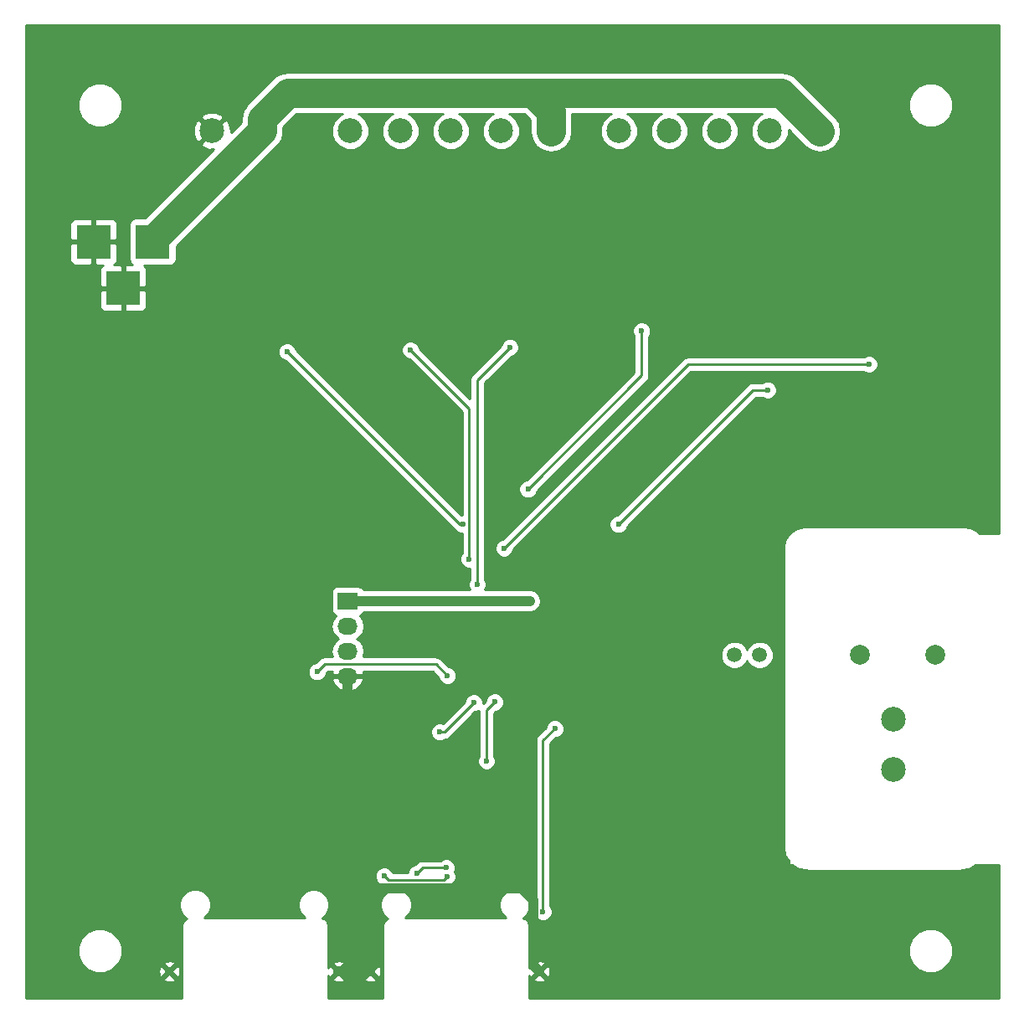
<source format=gbl>
G04 #@! TF.FileFunction,Copper,L2,Bot,Signal*
%FSLAX46Y46*%
G04 Gerber Fmt 4.6, Leading zero omitted, Abs format (unit mm)*
G04 Created by KiCad (PCBNEW 4.0.4-stable) date 11/13/16 23:20:29*
%MOMM*%
%LPD*%
G01*
G04 APERTURE LIST*
%ADD10C,0.100000*%
%ADD11C,0.900000*%
%ADD12R,3.500120X3.500120*%
%ADD13C,2.500000*%
%ADD14R,2.032000X1.727200*%
%ADD15O,2.032000X1.727200*%
%ADD16C,1.500000*%
%ADD17C,2.000000*%
%ADD18C,0.600000*%
%ADD19C,0.250000*%
%ADD20C,1.000000*%
%ADD21C,3.000000*%
%ADD22C,0.254000*%
G04 APERTURE END LIST*
D10*
D11*
X145036000Y-157106000D03*
X162136000Y-157106000D03*
D12*
X143360140Y-83312000D03*
X137360660Y-83312000D03*
X140360400Y-88011000D03*
D13*
X218226000Y-131572000D03*
X218226000Y-136652000D03*
D11*
X165356000Y-157106000D03*
X182456000Y-157106000D03*
D13*
X190500000Y-72096000D03*
X195580000Y-72096000D03*
X200660000Y-72096000D03*
X205740000Y-72096000D03*
X210820000Y-72136000D03*
X149352000Y-72096000D03*
X154432000Y-72096000D03*
X163322000Y-72096000D03*
X168402000Y-72096000D03*
X173482000Y-72096000D03*
X178562000Y-72096000D03*
X183642000Y-72136000D03*
D14*
X163068000Y-119634000D03*
D15*
X163068000Y-122174000D03*
X163068000Y-124714000D03*
X163068000Y-127254000D03*
D16*
X202184000Y-125098000D03*
X204724000Y-125098000D03*
D17*
X214884000Y-125098000D03*
X222504000Y-125098000D03*
D18*
X164020500Y-134366000D03*
X165862000Y-137858500D03*
X167957500Y-141414500D03*
X173418500Y-141287500D03*
X176847500Y-141033500D03*
X186309000Y-136652000D03*
X187134500Y-127762000D03*
X199199500Y-127381000D03*
X199199500Y-137033000D03*
X177863500Y-148590000D03*
X153098000Y-148146000D03*
X160591500Y-105346500D03*
X165608000Y-105346500D03*
X166370000Y-108204000D03*
X193611500Y-86995000D03*
X199707500Y-87185500D03*
X202057000Y-89281000D03*
X205613000Y-89471500D03*
X211772500Y-89598500D03*
X215709500Y-87630000D03*
X218567000Y-87566500D03*
X222377000Y-87757000D03*
X174180000Y-148590000D03*
X169482000Y-149162000D03*
X179006000Y-102680000D03*
X181610000Y-102172000D03*
X181928000Y-98361500D03*
X182499000Y-94615000D03*
X182499000Y-91884500D03*
X184976000Y-87630000D03*
X180848000Y-87503000D03*
X176403000Y-87566500D03*
X172085000Y-87503000D03*
X166814000Y-87503000D03*
X134747000Y-92900500D03*
X143446000Y-93154500D03*
X150749000Y-91503500D03*
X150749000Y-96647000D03*
X143574000Y-99822000D03*
X136334000Y-100394000D03*
X133922000Y-108204000D03*
X139319000Y-108268000D03*
X146939000Y-108268000D03*
X153035000Y-107886000D03*
X157861000Y-112204000D03*
X164719000Y-114490000D03*
X170053000Y-114490000D03*
X189294000Y-115380000D03*
X195326000Y-121856000D03*
X202438000Y-119316000D03*
X196215000Y-117538000D03*
X197231000Y-111506000D03*
X206820000Y-109220000D03*
X201041000Y-105474000D03*
X205296000Y-100394000D03*
X208216000Y-103060000D03*
X215138000Y-106807000D03*
X220282000Y-103632000D03*
X222377000Y-96393000D03*
X178689000Y-123254000D03*
X177165000Y-124968000D03*
X181483000Y-119634000D03*
X175815000Y-129926000D03*
X172352000Y-132887000D03*
X177101500Y-135826500D03*
X177927000Y-129857500D03*
X173037500Y-146621500D03*
X170053000Y-147193000D03*
X173129400Y-147516000D03*
X166750900Y-147441000D03*
X182815000Y-151072000D03*
X184015000Y-132551000D03*
X159976000Y-126796000D03*
X173151000Y-127183000D03*
X192786000Y-92329000D03*
X181292500Y-108331000D03*
X174708000Y-111892000D03*
X156933000Y-94435200D03*
X205549500Y-98298000D03*
X190436500Y-111887000D03*
X215773000Y-95694500D03*
X178879500Y-114300000D03*
X175364000Y-115383000D03*
X169410000Y-94258500D03*
X176169000Y-117971000D03*
X179469000Y-93984200D03*
D19*
X164020500Y-134366000D02*
X163068000Y-134366000D01*
X165862000Y-139319000D02*
X165862000Y-137858500D01*
X167957500Y-141414500D02*
X165862000Y-139319000D01*
X176593500Y-141287500D02*
X173418500Y-141287500D01*
X176847500Y-141033500D02*
X176593500Y-141287500D01*
X163068000Y-134366000D02*
X163322000Y-134366000D01*
X163322000Y-134366000D02*
X163068000Y-134366000D01*
X186309000Y-128587500D02*
X186309000Y-136652000D01*
X187134500Y-127762000D02*
X186309000Y-128587500D01*
X199199500Y-137033000D02*
X199199500Y-127381000D01*
X177863500Y-148590000D02*
X177863500Y-148702000D01*
X177863500Y-148702000D02*
X177863500Y-148590000D01*
X177863500Y-148590000D02*
X177863500Y-148702000D01*
X172402500Y-150114000D02*
X172402500Y-149288500D01*
X173101000Y-148590000D02*
X174180000Y-148590000D01*
X172402500Y-149288500D02*
X173101000Y-148590000D01*
X165608000Y-107442000D02*
X165608000Y-105346500D01*
X166370000Y-108204000D02*
X165608000Y-107442000D01*
X199517000Y-86995000D02*
X193611500Y-86995000D01*
X199707500Y-87185500D02*
X199517000Y-86995000D01*
X205422500Y-89281000D02*
X202057000Y-89281000D01*
X205613000Y-89471500D02*
X205422500Y-89281000D01*
X213741000Y-89598500D02*
X211772500Y-89598500D01*
X215709500Y-87630000D02*
X213741000Y-89598500D01*
X222186500Y-87566500D02*
X218567000Y-87566500D01*
X222377000Y-87757000D02*
X222186500Y-87566500D01*
X174180000Y-148590000D02*
X174180000Y-148702000D01*
X169482000Y-149162000D02*
X169482000Y-148702000D01*
D20*
X181102000Y-102680000D02*
X179006000Y-102680000D01*
X181610000Y-102172000D02*
X181102000Y-102680000D01*
X181928000Y-95186500D02*
X181928000Y-98361500D01*
X182499000Y-94615000D02*
X181928000Y-95186500D01*
X182499000Y-91694000D02*
X182499000Y-91884500D01*
X182626000Y-91567000D02*
X182499000Y-91694000D01*
X184976000Y-91567000D02*
X182626000Y-91567000D01*
X184848000Y-87503000D02*
X180848000Y-87503000D01*
X184976000Y-87630000D02*
X184848000Y-87503000D01*
X176340000Y-87503000D02*
X172085000Y-87503000D01*
X176403000Y-87566500D02*
X176340000Y-87503000D01*
X135001000Y-93154500D02*
X143446000Y-93154500D01*
X134747000Y-92900500D02*
X135001000Y-93154500D01*
X150749000Y-91503500D02*
X150749000Y-96647000D01*
X143002000Y-100394000D02*
X136334000Y-100394000D01*
X143574000Y-99822000D02*
X143002000Y-100394000D01*
X133985000Y-108268000D02*
X139319000Y-108268000D01*
X133922000Y-108204000D02*
X133985000Y-108268000D01*
X147320000Y-107886000D02*
X153035000Y-107886000D01*
X146939000Y-108268000D02*
X147320000Y-107886000D01*
X160147000Y-114490000D02*
X164719000Y-114490000D01*
X157861000Y-112204000D02*
X160147000Y-114490000D01*
X170244000Y-114681000D02*
X171831000Y-114681000D01*
X170053000Y-114490000D02*
X170244000Y-114681000D01*
X199898000Y-121856000D02*
X195326000Y-121856000D01*
X202438000Y-119316000D02*
X199898000Y-121856000D01*
X196215000Y-112522000D02*
X196215000Y-117538000D01*
X197231000Y-111506000D02*
X196215000Y-112522000D01*
X204788000Y-109220000D02*
X206820000Y-109220000D01*
X201041000Y-105474000D02*
X204788000Y-109220000D01*
X205550000Y-100394000D02*
X205296000Y-100394000D01*
X208216000Y-103060000D02*
X205550000Y-100394000D01*
X217106000Y-106807000D02*
X215138000Y-106807000D01*
X220282000Y-103632000D02*
X217106000Y-106807000D01*
X221996000Y-96012000D02*
X222377000Y-96393000D01*
X221996000Y-91567000D02*
X221996000Y-96012000D01*
X178689000Y-123444000D02*
X178689000Y-123254000D01*
X177165000Y-124968000D02*
X178689000Y-123444000D01*
X165356000Y-148702000D02*
X165356000Y-157106000D01*
X163526000Y-146872000D02*
X165356000Y-148702000D01*
X163526000Y-141506000D02*
X163526000Y-146872000D01*
X163068000Y-141048000D02*
X163526000Y-141506000D01*
X163068000Y-127254000D02*
X163068000Y-134366000D01*
X163068000Y-134366000D02*
X163068000Y-141048000D01*
X162136000Y-157106000D02*
X165356000Y-157106000D01*
X165356000Y-148702000D02*
X169482000Y-148702000D01*
X169482000Y-148702000D02*
X174180000Y-148702000D01*
X181814000Y-156464000D02*
X182456000Y-157106000D01*
X181814000Y-149873000D02*
X181814000Y-156464000D01*
X180644000Y-148702000D02*
X181814000Y-149873000D01*
X174180000Y-148702000D02*
X177863500Y-148702000D01*
X177863500Y-148702000D02*
X180644000Y-148702000D01*
X163068000Y-119634000D02*
X181483000Y-119634000D01*
D19*
X172352000Y-132887000D02*
X172853000Y-132887000D01*
X172853000Y-132887000D02*
X175815000Y-129926000D01*
X177101500Y-130683000D02*
X177101500Y-135826500D01*
X177927000Y-129857500D02*
X177101500Y-130683000D01*
D21*
X183642000Y-70104000D02*
X181800000Y-68262500D01*
X183642000Y-72136000D02*
X183642000Y-70104000D01*
X157036000Y-68262500D02*
X181800000Y-68262500D01*
X154432000Y-70866000D02*
X157036000Y-68262500D01*
X154432000Y-72096000D02*
X154432000Y-70866000D01*
X206946000Y-68262500D02*
X210820000Y-72136000D01*
X181800000Y-68262500D02*
X206946000Y-68262500D01*
X143360000Y-83167900D02*
X143360000Y-83203900D01*
X154432000Y-72096000D02*
X143360000Y-83167900D01*
X143360000Y-83203900D02*
X143360000Y-83239900D01*
X143360100Y-83204000D02*
X143360100Y-83312000D01*
X143360000Y-83203900D02*
X143360100Y-83204000D01*
D19*
X170624500Y-146621500D02*
X173037500Y-146621500D01*
X170053000Y-147193000D02*
X170624500Y-146621500D01*
X167180300Y-147870400D02*
X166750900Y-147441000D01*
X172775000Y-147870400D02*
X167180300Y-147870400D01*
X173129400Y-147516000D02*
X172775000Y-147870400D01*
X184015000Y-132551000D02*
X182815000Y-133751000D01*
X182815000Y-133751000D02*
X182815000Y-151072000D01*
X172002000Y-126035000D02*
X173151000Y-127183000D01*
X160737000Y-126035000D02*
X172002000Y-126035000D01*
X159976000Y-126796000D02*
X160737000Y-126035000D01*
X192786000Y-96837500D02*
X192786000Y-92329000D01*
X181292500Y-108331000D02*
X192786000Y-96837500D01*
X174389000Y-111892000D02*
X156933000Y-94435200D01*
X174708000Y-111892000D02*
X174389000Y-111892000D01*
X204025500Y-98298000D02*
X205549500Y-98298000D01*
X190436500Y-111887000D02*
X204025500Y-98298000D01*
X197485000Y-95694500D02*
X215773000Y-95694500D01*
X178879500Y-114300000D02*
X197485000Y-95694500D01*
X175364000Y-100212000D02*
X169410000Y-94258500D01*
X175364000Y-115383000D02*
X175364000Y-100212000D01*
X176169000Y-97284400D02*
X179469000Y-93984200D01*
X176169000Y-117971000D02*
X176169000Y-97284400D01*
D22*
G36*
X228906000Y-112776000D02*
X226911491Y-112776000D01*
X226863754Y-112716456D01*
X226673890Y-112556970D01*
X226172538Y-112281575D01*
X226004098Y-112228368D01*
X225936095Y-112206887D01*
X225367518Y-112144314D01*
X225332488Y-112147360D01*
X225298000Y-112140500D01*
X209296000Y-112140500D01*
X209234612Y-112152711D01*
X209172020Y-112152711D01*
X208588810Y-112268719D01*
X208493920Y-112308024D01*
X208359726Y-112363609D01*
X207865305Y-112693970D01*
X207865304Y-112693971D01*
X207745609Y-112813665D01*
X207744465Y-112814447D01*
X207743811Y-112815463D01*
X207689970Y-112869304D01*
X207359609Y-113363726D01*
X207315482Y-113470259D01*
X207264719Y-113592810D01*
X207148711Y-114176020D01*
X207148711Y-114238612D01*
X207136500Y-114300000D01*
X207136500Y-144526000D01*
X207148711Y-144587388D01*
X207148711Y-144649980D01*
X207279220Y-145306090D01*
X207374110Y-145535175D01*
X207645449Y-145941265D01*
X207645000Y-146176758D01*
X207654912Y-146226187D01*
X207683273Y-146267865D01*
X207725615Y-146295226D01*
X207772000Y-146304000D01*
X207976874Y-146304000D01*
X208477324Y-146638390D01*
X208539291Y-146664057D01*
X208706409Y-146733280D01*
X209362520Y-146863789D01*
X209425112Y-146863789D01*
X209486500Y-146876000D01*
X225107500Y-146876000D01*
X225168889Y-146863789D01*
X225231480Y-146863789D01*
X225838990Y-146742948D01*
X226000977Y-146675850D01*
X226068075Y-146648058D01*
X226582994Y-146304000D01*
X228906000Y-146304000D01*
X228906000Y-159818000D01*
X181431000Y-159818000D01*
X181431000Y-157859745D01*
X181881860Y-157859745D01*
X181912803Y-158069712D01*
X182322948Y-158204226D01*
X182753349Y-158171546D01*
X182999197Y-158069712D01*
X183030140Y-157859745D01*
X182456000Y-157285605D01*
X181881860Y-157859745D01*
X181431000Y-157859745D01*
X181431000Y-157501235D01*
X181492288Y-157649197D01*
X181702255Y-157680140D01*
X182276395Y-157106000D01*
X182635605Y-157106000D01*
X183209745Y-157680140D01*
X183419712Y-157649197D01*
X183554226Y-157239052D01*
X183521546Y-156808651D01*
X183419712Y-156562803D01*
X183209745Y-156531860D01*
X182635605Y-157106000D01*
X182276395Y-157106000D01*
X181702255Y-156531860D01*
X181492288Y-156562803D01*
X181431000Y-156749675D01*
X181431000Y-156352255D01*
X181881860Y-156352255D01*
X182456000Y-156926395D01*
X183030140Y-156352255D01*
X182999197Y-156142288D01*
X182589052Y-156007774D01*
X182158651Y-156040454D01*
X181912803Y-156142288D01*
X181881860Y-156352255D01*
X181431000Y-156352255D01*
X181431000Y-155442619D01*
X219764613Y-155442619D01*
X220104155Y-156264372D01*
X220732321Y-156893636D01*
X221553481Y-157234611D01*
X222442619Y-157235387D01*
X223264372Y-156895845D01*
X223893636Y-156267679D01*
X224234611Y-155446519D01*
X224235387Y-154557381D01*
X223895845Y-153735628D01*
X223267679Y-153106364D01*
X222446519Y-152765389D01*
X221557381Y-152764613D01*
X220735628Y-153104155D01*
X220106364Y-153732321D01*
X219765389Y-154553481D01*
X219764613Y-155442619D01*
X181431000Y-155442619D01*
X181431000Y-152400000D01*
X181376954Y-152128295D01*
X181223046Y-151897954D01*
X180992705Y-151744046D01*
X180836582Y-151712991D01*
X180842657Y-151710481D01*
X181288914Y-151265003D01*
X181292167Y-151257167D01*
X181879838Y-151257167D01*
X182021883Y-151600943D01*
X182284673Y-151864192D01*
X182628201Y-152006838D01*
X183000167Y-152007162D01*
X183343943Y-151865117D01*
X183607192Y-151602327D01*
X183749838Y-151258799D01*
X183750162Y-150886833D01*
X183608117Y-150543057D01*
X183575000Y-150509882D01*
X183575000Y-134065802D01*
X184154680Y-133486122D01*
X184200167Y-133486162D01*
X184543943Y-133344117D01*
X184807192Y-133081327D01*
X184949838Y-132737799D01*
X184950162Y-132365833D01*
X184808117Y-132022057D01*
X184545327Y-131758808D01*
X184201799Y-131616162D01*
X183829833Y-131615838D01*
X183486057Y-131757883D01*
X183222808Y-132020673D01*
X183080162Y-132364201D01*
X183080121Y-132411077D01*
X182277599Y-133213599D01*
X182112852Y-133460161D01*
X182055000Y-133751000D01*
X182055000Y-150509537D01*
X182022808Y-150541673D01*
X181880162Y-150885201D01*
X181879838Y-151257167D01*
X181292167Y-151257167D01*
X181530724Y-150682659D01*
X181531275Y-150052107D01*
X181290481Y-149469343D01*
X180845003Y-149023086D01*
X180262659Y-148781276D01*
X179632107Y-148780725D01*
X179049343Y-149021519D01*
X178603086Y-149466997D01*
X178361276Y-150049341D01*
X178360725Y-150679893D01*
X178601519Y-151262657D01*
X179028116Y-151690000D01*
X168873174Y-151690000D01*
X169298914Y-151265003D01*
X169540724Y-150682659D01*
X169541275Y-150052107D01*
X169300481Y-149469343D01*
X168855003Y-149023086D01*
X168272659Y-148781276D01*
X167642107Y-148780725D01*
X167059343Y-149021519D01*
X166613086Y-149466997D01*
X166371276Y-150049341D01*
X166370725Y-150679893D01*
X166611519Y-151262657D01*
X167056997Y-151708914D01*
X167112193Y-151731833D01*
X167050795Y-151744046D01*
X166820454Y-151897954D01*
X166666546Y-152128295D01*
X166612500Y-152400000D01*
X166612500Y-159818000D01*
X161111000Y-159818000D01*
X161111000Y-157859745D01*
X161561860Y-157859745D01*
X161592803Y-158069712D01*
X162002948Y-158204226D01*
X162433349Y-158171546D01*
X162679197Y-158069712D01*
X162710140Y-157859745D01*
X164781860Y-157859745D01*
X164812803Y-158069712D01*
X165222948Y-158204226D01*
X165653349Y-158171546D01*
X165899197Y-158069712D01*
X165930140Y-157859745D01*
X165356000Y-157285605D01*
X164781860Y-157859745D01*
X162710140Y-157859745D01*
X162136000Y-157285605D01*
X161561860Y-157859745D01*
X161111000Y-157859745D01*
X161111000Y-157501235D01*
X161172288Y-157649197D01*
X161382255Y-157680140D01*
X161956395Y-157106000D01*
X162315605Y-157106000D01*
X162889745Y-157680140D01*
X163099712Y-157649197D01*
X163234226Y-157239052D01*
X163214021Y-156972948D01*
X164257774Y-156972948D01*
X164290454Y-157403349D01*
X164392288Y-157649197D01*
X164602255Y-157680140D01*
X165176395Y-157106000D01*
X165535605Y-157106000D01*
X166109745Y-157680140D01*
X166319712Y-157649197D01*
X166454226Y-157239052D01*
X166421546Y-156808651D01*
X166319712Y-156562803D01*
X166109745Y-156531860D01*
X165535605Y-157106000D01*
X165176395Y-157106000D01*
X164602255Y-156531860D01*
X164392288Y-156562803D01*
X164257774Y-156972948D01*
X163214021Y-156972948D01*
X163201546Y-156808651D01*
X163099712Y-156562803D01*
X162889745Y-156531860D01*
X162315605Y-157106000D01*
X161956395Y-157106000D01*
X161382255Y-156531860D01*
X161172288Y-156562803D01*
X161111000Y-156749675D01*
X161111000Y-156352255D01*
X161561860Y-156352255D01*
X162136000Y-156926395D01*
X162710140Y-156352255D01*
X164781860Y-156352255D01*
X165356000Y-156926395D01*
X165930140Y-156352255D01*
X165899197Y-156142288D01*
X165489052Y-156007774D01*
X165058651Y-156040454D01*
X164812803Y-156142288D01*
X164781860Y-156352255D01*
X162710140Y-156352255D01*
X162679197Y-156142288D01*
X162269052Y-156007774D01*
X161838651Y-156040454D01*
X161592803Y-156142288D01*
X161561860Y-156352255D01*
X161111000Y-156352255D01*
X161111000Y-152400000D01*
X161056954Y-152128295D01*
X160903046Y-151897954D01*
X160672705Y-151744046D01*
X160516582Y-151712991D01*
X160522657Y-151710481D01*
X160968914Y-151265003D01*
X161210724Y-150682659D01*
X161211275Y-150052107D01*
X160970481Y-149469343D01*
X160525003Y-149023086D01*
X159942659Y-148781276D01*
X159312107Y-148780725D01*
X158729343Y-149021519D01*
X158283086Y-149466997D01*
X158041276Y-150049341D01*
X158040725Y-150679893D01*
X158281519Y-151262657D01*
X158708116Y-151690000D01*
X148553174Y-151690000D01*
X148978914Y-151265003D01*
X149220724Y-150682659D01*
X149221275Y-150052107D01*
X148980481Y-149469343D01*
X148535003Y-149023086D01*
X147952659Y-148781276D01*
X147322107Y-148780725D01*
X146739343Y-149021519D01*
X146293086Y-149466997D01*
X146051276Y-150049341D01*
X146050725Y-150679893D01*
X146291519Y-151262657D01*
X146736997Y-151708914D01*
X146792193Y-151731833D01*
X146730795Y-151744046D01*
X146500454Y-151897954D01*
X146346546Y-152128295D01*
X146292500Y-152400000D01*
X146292500Y-159818000D01*
X130504000Y-159818000D01*
X130504000Y-157859745D01*
X144461860Y-157859745D01*
X144492803Y-158069712D01*
X144902948Y-158204226D01*
X145333349Y-158171546D01*
X145579197Y-158069712D01*
X145610140Y-157859745D01*
X145036000Y-157285605D01*
X144461860Y-157859745D01*
X130504000Y-157859745D01*
X130504000Y-155442619D01*
X135764613Y-155442619D01*
X136104155Y-156264372D01*
X136732321Y-156893636D01*
X137553481Y-157234611D01*
X138442619Y-157235387D01*
X139077768Y-156972948D01*
X143937774Y-156972948D01*
X143970454Y-157403349D01*
X144072288Y-157649197D01*
X144282255Y-157680140D01*
X144856395Y-157106000D01*
X145215605Y-157106000D01*
X145789745Y-157680140D01*
X145999712Y-157649197D01*
X146134226Y-157239052D01*
X146101546Y-156808651D01*
X145999712Y-156562803D01*
X145789745Y-156531860D01*
X145215605Y-157106000D01*
X144856395Y-157106000D01*
X144282255Y-156531860D01*
X144072288Y-156562803D01*
X143937774Y-156972948D01*
X139077768Y-156972948D01*
X139264372Y-156895845D01*
X139808912Y-156352255D01*
X144461860Y-156352255D01*
X145036000Y-156926395D01*
X145610140Y-156352255D01*
X145579197Y-156142288D01*
X145169052Y-156007774D01*
X144738651Y-156040454D01*
X144492803Y-156142288D01*
X144461860Y-156352255D01*
X139808912Y-156352255D01*
X139893636Y-156267679D01*
X140234611Y-155446519D01*
X140235387Y-154557381D01*
X139895845Y-153735628D01*
X139267679Y-153106364D01*
X138446519Y-152765389D01*
X137557381Y-152764613D01*
X136735628Y-153104155D01*
X136106364Y-153732321D01*
X135765389Y-154553481D01*
X135764613Y-155442619D01*
X130504000Y-155442619D01*
X130504000Y-147626167D01*
X165815738Y-147626167D01*
X165957783Y-147969943D01*
X166220573Y-148233192D01*
X166564101Y-148375838D01*
X166610977Y-148375879D01*
X166642899Y-148407801D01*
X166889460Y-148572548D01*
X167180300Y-148630400D01*
X172775000Y-148630400D01*
X173065839Y-148572548D01*
X173247594Y-148451104D01*
X173314567Y-148451162D01*
X173658343Y-148309117D01*
X173921592Y-148046327D01*
X174064238Y-147702799D01*
X174064562Y-147330833D01*
X173922517Y-146987057D01*
X173905281Y-146969790D01*
X173972338Y-146808299D01*
X173972662Y-146436333D01*
X173830617Y-146092557D01*
X173567827Y-145829308D01*
X173224299Y-145686662D01*
X172852333Y-145686338D01*
X172508557Y-145828383D01*
X172475382Y-145861500D01*
X170624500Y-145861500D01*
X170333661Y-145919352D01*
X170087099Y-146084099D01*
X169913320Y-146257878D01*
X169867833Y-146257838D01*
X169524057Y-146399883D01*
X169260808Y-146662673D01*
X169118162Y-147006201D01*
X169118071Y-147110400D01*
X167625970Y-147110400D01*
X167544017Y-146912057D01*
X167281227Y-146648808D01*
X166937699Y-146506162D01*
X166565733Y-146505838D01*
X166221957Y-146647883D01*
X165958708Y-146910673D01*
X165816062Y-147254201D01*
X165815738Y-147626167D01*
X130504000Y-147626167D01*
X130504000Y-133072167D01*
X171416838Y-133072167D01*
X171558883Y-133415943D01*
X171821673Y-133679192D01*
X172165201Y-133821838D01*
X172537167Y-133822162D01*
X172880943Y-133680117D01*
X172929327Y-133631818D01*
X172998105Y-133618137D01*
X173143721Y-133589197D01*
X173143775Y-133589161D01*
X173143839Y-133589148D01*
X173266295Y-133507326D01*
X173390310Y-133424492D01*
X175954546Y-130861122D01*
X176000167Y-130861162D01*
X176341500Y-130720126D01*
X176341500Y-135264037D01*
X176309308Y-135296173D01*
X176166662Y-135639701D01*
X176166338Y-136011667D01*
X176308383Y-136355443D01*
X176571173Y-136618692D01*
X176914701Y-136761338D01*
X177286667Y-136761662D01*
X177630443Y-136619617D01*
X177893692Y-136356827D01*
X178036338Y-136013299D01*
X178036662Y-135641333D01*
X177894617Y-135297557D01*
X177861500Y-135264382D01*
X177861500Y-130997802D01*
X178066680Y-130792622D01*
X178112167Y-130792662D01*
X178455943Y-130650617D01*
X178719192Y-130387827D01*
X178861838Y-130044299D01*
X178862162Y-129672333D01*
X178720117Y-129328557D01*
X178457327Y-129065308D01*
X178113799Y-128922662D01*
X177741833Y-128922338D01*
X177398057Y-129064383D01*
X177134808Y-129327173D01*
X176992162Y-129670701D01*
X176992121Y-129717577D01*
X176749971Y-129959727D01*
X176750162Y-129740833D01*
X176608117Y-129397057D01*
X176345327Y-129133808D01*
X176001799Y-128991162D01*
X175629833Y-128990838D01*
X175286057Y-129132883D01*
X175022808Y-129395673D01*
X174880162Y-129739201D01*
X174880121Y-129785942D01*
X172661997Y-132003318D01*
X172538799Y-131952162D01*
X172166833Y-131951838D01*
X171823057Y-132093883D01*
X171559808Y-132356673D01*
X171417162Y-132700201D01*
X171416838Y-133072167D01*
X130504000Y-133072167D01*
X130504000Y-94620367D01*
X155997838Y-94620367D01*
X156139883Y-94964143D01*
X156402673Y-95227392D01*
X156746201Y-95370038D01*
X156793059Y-95370079D01*
X173851587Y-112429389D01*
X173851594Y-112429394D01*
X173851599Y-112429401D01*
X173979542Y-112514890D01*
X174067012Y-112573338D01*
X174177673Y-112684192D01*
X174521201Y-112826838D01*
X174604000Y-112826910D01*
X174604000Y-114820537D01*
X174571808Y-114852673D01*
X174429162Y-115196201D01*
X174428838Y-115568167D01*
X174570883Y-115911943D01*
X174833673Y-116175192D01*
X175177201Y-116317838D01*
X175409000Y-116318040D01*
X175409000Y-117408537D01*
X175376808Y-117440673D01*
X175234162Y-117784201D01*
X175233838Y-118156167D01*
X175375493Y-118499000D01*
X164663943Y-118499000D01*
X164548090Y-118318959D01*
X164335890Y-118173969D01*
X164084000Y-118122960D01*
X162052000Y-118122960D01*
X161816683Y-118167238D01*
X161600559Y-118306310D01*
X161455569Y-118518510D01*
X161404560Y-118770400D01*
X161404560Y-120497600D01*
X161448838Y-120732917D01*
X161587910Y-120949041D01*
X161800110Y-121094031D01*
X161841439Y-121102400D01*
X161823585Y-121114330D01*
X161498729Y-121600511D01*
X161384655Y-122174000D01*
X161498729Y-122747489D01*
X161823585Y-123233670D01*
X162138366Y-123444000D01*
X161823585Y-123654330D01*
X161498729Y-124140511D01*
X161384655Y-124714000D01*
X161496245Y-125275000D01*
X160737000Y-125275000D01*
X160446161Y-125332852D01*
X160199599Y-125497599D01*
X159836320Y-125860878D01*
X159790833Y-125860838D01*
X159447057Y-126002883D01*
X159183808Y-126265673D01*
X159041162Y-126609201D01*
X159040838Y-126981167D01*
X159182883Y-127324943D01*
X159445673Y-127588192D01*
X159789201Y-127730838D01*
X160161167Y-127731162D01*
X160447078Y-127613026D01*
X161460642Y-127613026D01*
X161463291Y-127628791D01*
X161717268Y-128156036D01*
X162153680Y-128545954D01*
X162706087Y-128739184D01*
X162941000Y-128594924D01*
X162941000Y-127381000D01*
X163195000Y-127381000D01*
X163195000Y-128594924D01*
X163429913Y-128739184D01*
X163982320Y-128545954D01*
X164418732Y-128156036D01*
X164672709Y-127628791D01*
X164675358Y-127613026D01*
X164554217Y-127381000D01*
X163195000Y-127381000D01*
X162941000Y-127381000D01*
X161581783Y-127381000D01*
X161460642Y-127613026D01*
X160447078Y-127613026D01*
X160504943Y-127589117D01*
X160768192Y-127326327D01*
X160910838Y-126982799D01*
X160910879Y-126935923D01*
X161051802Y-126795000D01*
X161503855Y-126795000D01*
X161463291Y-126879209D01*
X161460642Y-126894974D01*
X161581783Y-127127000D01*
X162941000Y-127127000D01*
X162941000Y-127107000D01*
X163195000Y-127107000D01*
X163195000Y-127127000D01*
X164554217Y-127127000D01*
X164675358Y-126894974D01*
X164672709Y-126879209D01*
X164632145Y-126795000D01*
X171687392Y-126795000D01*
X172215877Y-127323026D01*
X172215838Y-127368167D01*
X172357883Y-127711943D01*
X172620673Y-127975192D01*
X172964201Y-128117838D01*
X173336167Y-128118162D01*
X173679943Y-127976117D01*
X173943192Y-127713327D01*
X174085838Y-127369799D01*
X174086162Y-126997833D01*
X173944117Y-126654057D01*
X173681327Y-126390808D01*
X173337799Y-126248162D01*
X173290577Y-126248121D01*
X172539167Y-125497365D01*
X172415967Y-125415123D01*
X172351856Y-125372285D01*
X200798760Y-125372285D01*
X201009169Y-125881515D01*
X201398436Y-126271461D01*
X201907298Y-126482759D01*
X202458285Y-126483240D01*
X202967515Y-126272831D01*
X203357461Y-125883564D01*
X203453976Y-125651130D01*
X203549169Y-125881515D01*
X203938436Y-126271461D01*
X204447298Y-126482759D01*
X204998285Y-126483240D01*
X205507515Y-126272831D01*
X205897461Y-125883564D01*
X206108759Y-125374702D01*
X206109240Y-124823715D01*
X205898831Y-124314485D01*
X205509564Y-123924539D01*
X205000702Y-123713241D01*
X204449715Y-123712760D01*
X203940485Y-123923169D01*
X203550539Y-124312436D01*
X203454024Y-124544870D01*
X203358831Y-124314485D01*
X202969564Y-123924539D01*
X202460702Y-123713241D01*
X201909715Y-123712760D01*
X201400485Y-123923169D01*
X201010539Y-124312436D01*
X200799241Y-124821298D01*
X200798760Y-125372285D01*
X172351856Y-125372285D01*
X172292839Y-125332852D01*
X172292673Y-125332819D01*
X172292534Y-125332726D01*
X172147666Y-125303975D01*
X172002000Y-125275000D01*
X164639755Y-125275000D01*
X164751345Y-124714000D01*
X164637271Y-124140511D01*
X164312415Y-123654330D01*
X163997634Y-123444000D01*
X164312415Y-123233670D01*
X164637271Y-122747489D01*
X164751345Y-122174000D01*
X164637271Y-121600511D01*
X164312415Y-121114330D01*
X164298087Y-121104757D01*
X164319317Y-121100762D01*
X164535441Y-120961690D01*
X164667100Y-120769000D01*
X181483000Y-120769000D01*
X181917346Y-120682603D01*
X182285566Y-120436566D01*
X182531603Y-120068346D01*
X182618000Y-119634000D01*
X182531603Y-119199654D01*
X182285566Y-118831434D01*
X181917346Y-118585397D01*
X181483000Y-118499000D01*
X176962158Y-118499000D01*
X177103838Y-118157799D01*
X177104162Y-117785833D01*
X176962117Y-117442057D01*
X176929000Y-117408882D01*
X176929000Y-114485167D01*
X177944338Y-114485167D01*
X178086383Y-114828943D01*
X178349173Y-115092192D01*
X178692701Y-115234838D01*
X179064667Y-115235162D01*
X179408443Y-115093117D01*
X179671692Y-114830327D01*
X179814338Y-114486799D01*
X179814379Y-114439923D01*
X182182135Y-112072167D01*
X189501338Y-112072167D01*
X189643383Y-112415943D01*
X189906173Y-112679192D01*
X190249701Y-112821838D01*
X190621667Y-112822162D01*
X190965443Y-112680117D01*
X191228692Y-112417327D01*
X191371338Y-112073799D01*
X191371379Y-112026923D01*
X204340302Y-99058000D01*
X204987037Y-99058000D01*
X205019173Y-99090192D01*
X205362701Y-99232838D01*
X205734667Y-99233162D01*
X206078443Y-99091117D01*
X206341692Y-98828327D01*
X206484338Y-98484799D01*
X206484662Y-98112833D01*
X206342617Y-97769057D01*
X206079827Y-97505808D01*
X205736299Y-97363162D01*
X205364333Y-97362838D01*
X205020557Y-97504883D01*
X204987382Y-97538000D01*
X204025500Y-97538000D01*
X203734661Y-97595852D01*
X203488099Y-97760599D01*
X190296820Y-110951878D01*
X190251333Y-110951838D01*
X189907557Y-111093883D01*
X189644308Y-111356673D01*
X189501662Y-111700201D01*
X189501338Y-112072167D01*
X182182135Y-112072167D01*
X197799802Y-96454500D01*
X215210537Y-96454500D01*
X215242673Y-96486692D01*
X215586201Y-96629338D01*
X215958167Y-96629662D01*
X216301943Y-96487617D01*
X216565192Y-96224827D01*
X216707838Y-95881299D01*
X216708162Y-95509333D01*
X216566117Y-95165557D01*
X216303327Y-94902308D01*
X215959799Y-94759662D01*
X215587833Y-94759338D01*
X215244057Y-94901383D01*
X215210882Y-94934500D01*
X197485000Y-94934500D01*
X197242414Y-94982754D01*
X197194160Y-94992352D01*
X196947599Y-95157099D01*
X178739820Y-113364878D01*
X178694333Y-113364838D01*
X178350557Y-113506883D01*
X178087308Y-113769673D01*
X177944662Y-114113201D01*
X177944338Y-114485167D01*
X176929000Y-114485167D01*
X176929000Y-108516167D01*
X180357338Y-108516167D01*
X180499383Y-108859943D01*
X180762173Y-109123192D01*
X181105701Y-109265838D01*
X181477667Y-109266162D01*
X181821443Y-109124117D01*
X182084692Y-108861327D01*
X182227338Y-108517799D01*
X182227379Y-108470923D01*
X193323401Y-97374901D01*
X193488148Y-97128339D01*
X193546000Y-96837500D01*
X193546000Y-92891463D01*
X193578192Y-92859327D01*
X193720838Y-92515799D01*
X193721162Y-92143833D01*
X193579117Y-91800057D01*
X193316327Y-91536808D01*
X192972799Y-91394162D01*
X192600833Y-91393838D01*
X192257057Y-91535883D01*
X191993808Y-91798673D01*
X191851162Y-92142201D01*
X191850838Y-92514167D01*
X191992883Y-92857943D01*
X192026000Y-92891118D01*
X192026000Y-96522698D01*
X181152820Y-107395878D01*
X181107333Y-107395838D01*
X180763557Y-107537883D01*
X180500308Y-107800673D01*
X180357662Y-108144201D01*
X180357338Y-108516167D01*
X176929000Y-108516167D01*
X176929000Y-97599189D01*
X179608704Y-94919322D01*
X179654167Y-94919362D01*
X179997943Y-94777317D01*
X180261192Y-94514527D01*
X180403838Y-94170999D01*
X180404162Y-93799033D01*
X180262117Y-93455257D01*
X179999327Y-93192008D01*
X179655799Y-93049362D01*
X179283833Y-93049038D01*
X178940057Y-93191083D01*
X178676808Y-93453873D01*
X178534162Y-93797401D01*
X178534121Y-93844300D01*
X175631583Y-96747015D01*
X175547003Y-96873606D01*
X175466852Y-96993561D01*
X175466850Y-96993572D01*
X175466843Y-96993582D01*
X175437159Y-97142837D01*
X175409000Y-97284400D01*
X175409000Y-99182238D01*
X170345122Y-94118786D01*
X170345162Y-94073333D01*
X170203117Y-93729557D01*
X169940327Y-93466308D01*
X169596799Y-93323662D01*
X169224833Y-93323338D01*
X168881057Y-93465383D01*
X168617808Y-93728173D01*
X168475162Y-94071701D01*
X168474838Y-94443667D01*
X168616883Y-94787443D01*
X168879673Y-95050692D01*
X169223201Y-95193338D01*
X169270109Y-95193379D01*
X174604000Y-100526822D01*
X174604000Y-110956909D01*
X174528664Y-110956843D01*
X157868122Y-94295539D01*
X157868162Y-94250033D01*
X157726117Y-93906257D01*
X157463327Y-93643008D01*
X157119799Y-93500362D01*
X156747833Y-93500038D01*
X156404057Y-93642083D01*
X156140808Y-93904873D01*
X155998162Y-94248401D01*
X155997838Y-94620367D01*
X130504000Y-94620367D01*
X130504000Y-88296750D01*
X137975340Y-88296750D01*
X137975340Y-89887370D01*
X138072013Y-90120759D01*
X138250642Y-90299387D01*
X138484031Y-90396060D01*
X140074650Y-90396060D01*
X140233400Y-90237310D01*
X140233400Y-88138000D01*
X140487400Y-88138000D01*
X140487400Y-90237310D01*
X140646150Y-90396060D01*
X142236769Y-90396060D01*
X142470158Y-90299387D01*
X142648787Y-90120759D01*
X142745460Y-89887370D01*
X142745460Y-88296750D01*
X142586710Y-88138000D01*
X140487400Y-88138000D01*
X140233400Y-88138000D01*
X138134090Y-88138000D01*
X137975340Y-88296750D01*
X130504000Y-88296750D01*
X130504000Y-83597750D01*
X134975600Y-83597750D01*
X134975600Y-85188370D01*
X135072273Y-85421759D01*
X135250902Y-85600387D01*
X135484291Y-85697060D01*
X137074910Y-85697060D01*
X137233660Y-85538310D01*
X137233660Y-83439000D01*
X137487660Y-83439000D01*
X137487660Y-85538310D01*
X137646410Y-85697060D01*
X138312332Y-85697060D01*
X138250642Y-85722613D01*
X138072013Y-85901241D01*
X137975340Y-86134630D01*
X137975340Y-87725250D01*
X138134090Y-87884000D01*
X140233400Y-87884000D01*
X140233400Y-85784690D01*
X140487400Y-85784690D01*
X140487400Y-87884000D01*
X142586710Y-87884000D01*
X142745460Y-87725250D01*
X142745460Y-86134630D01*
X142648787Y-85901241D01*
X142470158Y-85722613D01*
X142438500Y-85709500D01*
X145110200Y-85709500D01*
X145345517Y-85665222D01*
X145561641Y-85526150D01*
X145706631Y-85313950D01*
X145757640Y-85062060D01*
X145757640Y-83789614D01*
X155941666Y-73605680D01*
X155941669Y-73605676D01*
X155941673Y-73605673D01*
X156236014Y-73165161D01*
X156404479Y-72913038D01*
X156404480Y-72913034D01*
X156404483Y-72913029D01*
X156511341Y-72375818D01*
X156567000Y-72096010D01*
X156566999Y-72096005D01*
X156567000Y-72096000D01*
X156567000Y-71750466D01*
X157920226Y-70397500D01*
X162496541Y-70397500D01*
X162255628Y-70497043D01*
X161724907Y-71026839D01*
X161437328Y-71719405D01*
X161436674Y-72469305D01*
X161723043Y-73162372D01*
X162252839Y-73693093D01*
X162945405Y-73980672D01*
X163695305Y-73981326D01*
X164388372Y-73694957D01*
X164919093Y-73165161D01*
X165206672Y-72472595D01*
X165207326Y-71722695D01*
X164920957Y-71029628D01*
X164391161Y-70498907D01*
X164146946Y-70397500D01*
X167576541Y-70397500D01*
X167335628Y-70497043D01*
X166804907Y-71026839D01*
X166517328Y-71719405D01*
X166516674Y-72469305D01*
X166803043Y-73162372D01*
X167332839Y-73693093D01*
X168025405Y-73980672D01*
X168775305Y-73981326D01*
X169468372Y-73694957D01*
X169999093Y-73165161D01*
X170286672Y-72472595D01*
X170287326Y-71722695D01*
X170000957Y-71029628D01*
X169471161Y-70498907D01*
X169226946Y-70397500D01*
X172656541Y-70397500D01*
X172415628Y-70497043D01*
X171884907Y-71026839D01*
X171597328Y-71719405D01*
X171596674Y-72469305D01*
X171883043Y-73162372D01*
X172412839Y-73693093D01*
X173105405Y-73980672D01*
X173855305Y-73981326D01*
X174548372Y-73694957D01*
X175079093Y-73165161D01*
X175366672Y-72472595D01*
X175367326Y-71722695D01*
X175080957Y-71029628D01*
X174551161Y-70498907D01*
X174306946Y-70397500D01*
X177736541Y-70397500D01*
X177495628Y-70497043D01*
X176964907Y-71026839D01*
X176677328Y-71719405D01*
X176676674Y-72469305D01*
X176963043Y-73162372D01*
X177492839Y-73693093D01*
X178185405Y-73980672D01*
X178935305Y-73981326D01*
X179628372Y-73694957D01*
X180159093Y-73165161D01*
X180446672Y-72472595D01*
X180447326Y-71722695D01*
X180160957Y-71029628D01*
X179631161Y-70498907D01*
X179386946Y-70397500D01*
X180915824Y-70397500D01*
X181507000Y-70988516D01*
X181507000Y-72136000D01*
X181669517Y-72953029D01*
X182132327Y-73645673D01*
X182824971Y-74108483D01*
X183642000Y-74271000D01*
X184459029Y-74108483D01*
X185151673Y-73645673D01*
X185614483Y-72953029D01*
X185777000Y-72136000D01*
X185777000Y-70397500D01*
X189674541Y-70397500D01*
X189433628Y-70497043D01*
X188902907Y-71026839D01*
X188615328Y-71719405D01*
X188614674Y-72469305D01*
X188901043Y-73162372D01*
X189430839Y-73693093D01*
X190123405Y-73980672D01*
X190873305Y-73981326D01*
X191566372Y-73694957D01*
X192097093Y-73165161D01*
X192384672Y-72472595D01*
X192385326Y-71722695D01*
X192098957Y-71029628D01*
X191569161Y-70498907D01*
X191324946Y-70397500D01*
X194754541Y-70397500D01*
X194513628Y-70497043D01*
X193982907Y-71026839D01*
X193695328Y-71719405D01*
X193694674Y-72469305D01*
X193981043Y-73162372D01*
X194510839Y-73693093D01*
X195203405Y-73980672D01*
X195953305Y-73981326D01*
X196646372Y-73694957D01*
X197177093Y-73165161D01*
X197464672Y-72472595D01*
X197465326Y-71722695D01*
X197178957Y-71029628D01*
X196649161Y-70498907D01*
X196404946Y-70397500D01*
X199834541Y-70397500D01*
X199593628Y-70497043D01*
X199062907Y-71026839D01*
X198775328Y-71719405D01*
X198774674Y-72469305D01*
X199061043Y-73162372D01*
X199590839Y-73693093D01*
X200283405Y-73980672D01*
X201033305Y-73981326D01*
X201726372Y-73694957D01*
X202257093Y-73165161D01*
X202544672Y-72472595D01*
X202545326Y-71722695D01*
X202258957Y-71029628D01*
X201729161Y-70498907D01*
X201484946Y-70397500D01*
X204914541Y-70397500D01*
X204673628Y-70497043D01*
X204142907Y-71026839D01*
X203855328Y-71719405D01*
X203854674Y-72469305D01*
X204141043Y-73162372D01*
X204670839Y-73693093D01*
X205363405Y-73980672D01*
X206113305Y-73981326D01*
X206806372Y-73694957D01*
X207337093Y-73165161D01*
X207624672Y-72472595D01*
X207625118Y-71960682D01*
X209310425Y-73645771D01*
X210003098Y-74108536D01*
X210820138Y-74271000D01*
X211637157Y-74108430D01*
X212329771Y-73645576D01*
X212792536Y-72952902D01*
X212955000Y-72135862D01*
X212792430Y-71318843D01*
X212329576Y-70626230D01*
X211645877Y-69942619D01*
X219764613Y-69942619D01*
X220104155Y-70764372D01*
X220732321Y-71393636D01*
X221553481Y-71734611D01*
X222442619Y-71735387D01*
X223264372Y-71395845D01*
X223893636Y-70767679D01*
X224234611Y-69946519D01*
X224235387Y-69057381D01*
X223895845Y-68235628D01*
X223267679Y-67606364D01*
X222446519Y-67265389D01*
X221557381Y-67264613D01*
X220735628Y-67604155D01*
X220106364Y-68232321D01*
X219765389Y-69053481D01*
X219764613Y-69942619D01*
X211645877Y-69942619D01*
X208455576Y-66752730D01*
X208107465Y-66520162D01*
X207763029Y-66290017D01*
X207762961Y-66290003D01*
X207762902Y-66289964D01*
X207352248Y-66208308D01*
X206946000Y-66127500D01*
X157036000Y-66127500D01*
X156630807Y-66208098D01*
X156219160Y-66289938D01*
X156219072Y-66289997D01*
X156218971Y-66290017D01*
X155875823Y-66519301D01*
X155526472Y-66752682D01*
X152922472Y-69356182D01*
X152922414Y-69356269D01*
X152922327Y-69356327D01*
X152690648Y-69703059D01*
X152459596Y-70048781D01*
X152459576Y-70048883D01*
X152459517Y-70048971D01*
X152377872Y-70459429D01*
X152297000Y-70865795D01*
X152297020Y-70865898D01*
X152297000Y-70866000D01*
X152297000Y-71211648D01*
X151242256Y-72266383D01*
X151226250Y-71670565D01*
X150978123Y-71071533D01*
X150685320Y-70942285D01*
X149531605Y-72096000D01*
X149545748Y-72110143D01*
X149366143Y-72289748D01*
X149352000Y-72275605D01*
X148198285Y-73429320D01*
X148327533Y-73722123D01*
X149027806Y-73990388D01*
X149531774Y-73976849D01*
X142594061Y-80914500D01*
X141610080Y-80914500D01*
X141374763Y-80958778D01*
X141158639Y-81097850D01*
X141013649Y-81310050D01*
X140962640Y-81561940D01*
X140962640Y-85062060D01*
X141006918Y-85297377D01*
X141145990Y-85513501D01*
X141310550Y-85625940D01*
X140646150Y-85625940D01*
X140487400Y-85784690D01*
X140233400Y-85784690D01*
X140074650Y-85625940D01*
X139408728Y-85625940D01*
X139470418Y-85600387D01*
X139649047Y-85421759D01*
X139745720Y-85188370D01*
X139745720Y-83597750D01*
X139586970Y-83439000D01*
X137487660Y-83439000D01*
X137233660Y-83439000D01*
X135134350Y-83439000D01*
X134975600Y-83597750D01*
X130504000Y-83597750D01*
X130504000Y-81435630D01*
X134975600Y-81435630D01*
X134975600Y-83026250D01*
X135134350Y-83185000D01*
X137233660Y-83185000D01*
X137233660Y-81085690D01*
X137487660Y-81085690D01*
X137487660Y-83185000D01*
X139586970Y-83185000D01*
X139745720Y-83026250D01*
X139745720Y-81435630D01*
X139649047Y-81202241D01*
X139470418Y-81023613D01*
X139237029Y-80926940D01*
X137646410Y-80926940D01*
X137487660Y-81085690D01*
X137233660Y-81085690D01*
X137074910Y-80926940D01*
X135484291Y-80926940D01*
X135250902Y-81023613D01*
X135072273Y-81202241D01*
X134975600Y-81435630D01*
X130504000Y-81435630D01*
X130504000Y-71771806D01*
X147457612Y-71771806D01*
X147477750Y-72521435D01*
X147725877Y-73120467D01*
X148018680Y-73249715D01*
X149172395Y-72096000D01*
X148018680Y-70942285D01*
X147725877Y-71071533D01*
X147457612Y-71771806D01*
X130504000Y-71771806D01*
X130504000Y-69942619D01*
X135764613Y-69942619D01*
X136104155Y-70764372D01*
X136732321Y-71393636D01*
X137553481Y-71734611D01*
X138442619Y-71735387D01*
X139264372Y-71395845D01*
X139893636Y-70767679D01*
X139895711Y-70762680D01*
X148198285Y-70762680D01*
X149352000Y-71916395D01*
X150505715Y-70762680D01*
X150376467Y-70469877D01*
X149676194Y-70201612D01*
X148926565Y-70221750D01*
X148327533Y-70469877D01*
X148198285Y-70762680D01*
X139895711Y-70762680D01*
X140234611Y-69946519D01*
X140235387Y-69057381D01*
X139895845Y-68235628D01*
X139267679Y-67606364D01*
X138446519Y-67265389D01*
X137557381Y-67264613D01*
X136735628Y-67604155D01*
X136106364Y-68232321D01*
X135765389Y-69053481D01*
X135764613Y-69942619D01*
X130504000Y-69942619D01*
X130504000Y-61416000D01*
X228906000Y-61416000D01*
X228906000Y-112776000D01*
X228906000Y-112776000D01*
G37*
X228906000Y-112776000D02*
X226911491Y-112776000D01*
X226863754Y-112716456D01*
X226673890Y-112556970D01*
X226172538Y-112281575D01*
X226004098Y-112228368D01*
X225936095Y-112206887D01*
X225367518Y-112144314D01*
X225332488Y-112147360D01*
X225298000Y-112140500D01*
X209296000Y-112140500D01*
X209234612Y-112152711D01*
X209172020Y-112152711D01*
X208588810Y-112268719D01*
X208493920Y-112308024D01*
X208359726Y-112363609D01*
X207865305Y-112693970D01*
X207865304Y-112693971D01*
X207745609Y-112813665D01*
X207744465Y-112814447D01*
X207743811Y-112815463D01*
X207689970Y-112869304D01*
X207359609Y-113363726D01*
X207315482Y-113470259D01*
X207264719Y-113592810D01*
X207148711Y-114176020D01*
X207148711Y-114238612D01*
X207136500Y-114300000D01*
X207136500Y-144526000D01*
X207148711Y-144587388D01*
X207148711Y-144649980D01*
X207279220Y-145306090D01*
X207374110Y-145535175D01*
X207645449Y-145941265D01*
X207645000Y-146176758D01*
X207654912Y-146226187D01*
X207683273Y-146267865D01*
X207725615Y-146295226D01*
X207772000Y-146304000D01*
X207976874Y-146304000D01*
X208477324Y-146638390D01*
X208539291Y-146664057D01*
X208706409Y-146733280D01*
X209362520Y-146863789D01*
X209425112Y-146863789D01*
X209486500Y-146876000D01*
X225107500Y-146876000D01*
X225168889Y-146863789D01*
X225231480Y-146863789D01*
X225838990Y-146742948D01*
X226000977Y-146675850D01*
X226068075Y-146648058D01*
X226582994Y-146304000D01*
X228906000Y-146304000D01*
X228906000Y-159818000D01*
X181431000Y-159818000D01*
X181431000Y-157859745D01*
X181881860Y-157859745D01*
X181912803Y-158069712D01*
X182322948Y-158204226D01*
X182753349Y-158171546D01*
X182999197Y-158069712D01*
X183030140Y-157859745D01*
X182456000Y-157285605D01*
X181881860Y-157859745D01*
X181431000Y-157859745D01*
X181431000Y-157501235D01*
X181492288Y-157649197D01*
X181702255Y-157680140D01*
X182276395Y-157106000D01*
X182635605Y-157106000D01*
X183209745Y-157680140D01*
X183419712Y-157649197D01*
X183554226Y-157239052D01*
X183521546Y-156808651D01*
X183419712Y-156562803D01*
X183209745Y-156531860D01*
X182635605Y-157106000D01*
X182276395Y-157106000D01*
X181702255Y-156531860D01*
X181492288Y-156562803D01*
X181431000Y-156749675D01*
X181431000Y-156352255D01*
X181881860Y-156352255D01*
X182456000Y-156926395D01*
X183030140Y-156352255D01*
X182999197Y-156142288D01*
X182589052Y-156007774D01*
X182158651Y-156040454D01*
X181912803Y-156142288D01*
X181881860Y-156352255D01*
X181431000Y-156352255D01*
X181431000Y-155442619D01*
X219764613Y-155442619D01*
X220104155Y-156264372D01*
X220732321Y-156893636D01*
X221553481Y-157234611D01*
X222442619Y-157235387D01*
X223264372Y-156895845D01*
X223893636Y-156267679D01*
X224234611Y-155446519D01*
X224235387Y-154557381D01*
X223895845Y-153735628D01*
X223267679Y-153106364D01*
X222446519Y-152765389D01*
X221557381Y-152764613D01*
X220735628Y-153104155D01*
X220106364Y-153732321D01*
X219765389Y-154553481D01*
X219764613Y-155442619D01*
X181431000Y-155442619D01*
X181431000Y-152400000D01*
X181376954Y-152128295D01*
X181223046Y-151897954D01*
X180992705Y-151744046D01*
X180836582Y-151712991D01*
X180842657Y-151710481D01*
X181288914Y-151265003D01*
X181292167Y-151257167D01*
X181879838Y-151257167D01*
X182021883Y-151600943D01*
X182284673Y-151864192D01*
X182628201Y-152006838D01*
X183000167Y-152007162D01*
X183343943Y-151865117D01*
X183607192Y-151602327D01*
X183749838Y-151258799D01*
X183750162Y-150886833D01*
X183608117Y-150543057D01*
X183575000Y-150509882D01*
X183575000Y-134065802D01*
X184154680Y-133486122D01*
X184200167Y-133486162D01*
X184543943Y-133344117D01*
X184807192Y-133081327D01*
X184949838Y-132737799D01*
X184950162Y-132365833D01*
X184808117Y-132022057D01*
X184545327Y-131758808D01*
X184201799Y-131616162D01*
X183829833Y-131615838D01*
X183486057Y-131757883D01*
X183222808Y-132020673D01*
X183080162Y-132364201D01*
X183080121Y-132411077D01*
X182277599Y-133213599D01*
X182112852Y-133460161D01*
X182055000Y-133751000D01*
X182055000Y-150509537D01*
X182022808Y-150541673D01*
X181880162Y-150885201D01*
X181879838Y-151257167D01*
X181292167Y-151257167D01*
X181530724Y-150682659D01*
X181531275Y-150052107D01*
X181290481Y-149469343D01*
X180845003Y-149023086D01*
X180262659Y-148781276D01*
X179632107Y-148780725D01*
X179049343Y-149021519D01*
X178603086Y-149466997D01*
X178361276Y-150049341D01*
X178360725Y-150679893D01*
X178601519Y-151262657D01*
X179028116Y-151690000D01*
X168873174Y-151690000D01*
X169298914Y-151265003D01*
X169540724Y-150682659D01*
X169541275Y-150052107D01*
X169300481Y-149469343D01*
X168855003Y-149023086D01*
X168272659Y-148781276D01*
X167642107Y-148780725D01*
X167059343Y-149021519D01*
X166613086Y-149466997D01*
X166371276Y-150049341D01*
X166370725Y-150679893D01*
X166611519Y-151262657D01*
X167056997Y-151708914D01*
X167112193Y-151731833D01*
X167050795Y-151744046D01*
X166820454Y-151897954D01*
X166666546Y-152128295D01*
X166612500Y-152400000D01*
X166612500Y-159818000D01*
X161111000Y-159818000D01*
X161111000Y-157859745D01*
X161561860Y-157859745D01*
X161592803Y-158069712D01*
X162002948Y-158204226D01*
X162433349Y-158171546D01*
X162679197Y-158069712D01*
X162710140Y-157859745D01*
X164781860Y-157859745D01*
X164812803Y-158069712D01*
X165222948Y-158204226D01*
X165653349Y-158171546D01*
X165899197Y-158069712D01*
X165930140Y-157859745D01*
X165356000Y-157285605D01*
X164781860Y-157859745D01*
X162710140Y-157859745D01*
X162136000Y-157285605D01*
X161561860Y-157859745D01*
X161111000Y-157859745D01*
X161111000Y-157501235D01*
X161172288Y-157649197D01*
X161382255Y-157680140D01*
X161956395Y-157106000D01*
X162315605Y-157106000D01*
X162889745Y-157680140D01*
X163099712Y-157649197D01*
X163234226Y-157239052D01*
X163214021Y-156972948D01*
X164257774Y-156972948D01*
X164290454Y-157403349D01*
X164392288Y-157649197D01*
X164602255Y-157680140D01*
X165176395Y-157106000D01*
X165535605Y-157106000D01*
X166109745Y-157680140D01*
X166319712Y-157649197D01*
X166454226Y-157239052D01*
X166421546Y-156808651D01*
X166319712Y-156562803D01*
X166109745Y-156531860D01*
X165535605Y-157106000D01*
X165176395Y-157106000D01*
X164602255Y-156531860D01*
X164392288Y-156562803D01*
X164257774Y-156972948D01*
X163214021Y-156972948D01*
X163201546Y-156808651D01*
X163099712Y-156562803D01*
X162889745Y-156531860D01*
X162315605Y-157106000D01*
X161956395Y-157106000D01*
X161382255Y-156531860D01*
X161172288Y-156562803D01*
X161111000Y-156749675D01*
X161111000Y-156352255D01*
X161561860Y-156352255D01*
X162136000Y-156926395D01*
X162710140Y-156352255D01*
X164781860Y-156352255D01*
X165356000Y-156926395D01*
X165930140Y-156352255D01*
X165899197Y-156142288D01*
X165489052Y-156007774D01*
X165058651Y-156040454D01*
X164812803Y-156142288D01*
X164781860Y-156352255D01*
X162710140Y-156352255D01*
X162679197Y-156142288D01*
X162269052Y-156007774D01*
X161838651Y-156040454D01*
X161592803Y-156142288D01*
X161561860Y-156352255D01*
X161111000Y-156352255D01*
X161111000Y-152400000D01*
X161056954Y-152128295D01*
X160903046Y-151897954D01*
X160672705Y-151744046D01*
X160516582Y-151712991D01*
X160522657Y-151710481D01*
X160968914Y-151265003D01*
X161210724Y-150682659D01*
X161211275Y-150052107D01*
X160970481Y-149469343D01*
X160525003Y-149023086D01*
X159942659Y-148781276D01*
X159312107Y-148780725D01*
X158729343Y-149021519D01*
X158283086Y-149466997D01*
X158041276Y-150049341D01*
X158040725Y-150679893D01*
X158281519Y-151262657D01*
X158708116Y-151690000D01*
X148553174Y-151690000D01*
X148978914Y-151265003D01*
X149220724Y-150682659D01*
X149221275Y-150052107D01*
X148980481Y-149469343D01*
X148535003Y-149023086D01*
X147952659Y-148781276D01*
X147322107Y-148780725D01*
X146739343Y-149021519D01*
X146293086Y-149466997D01*
X146051276Y-150049341D01*
X146050725Y-150679893D01*
X146291519Y-151262657D01*
X146736997Y-151708914D01*
X146792193Y-151731833D01*
X146730795Y-151744046D01*
X146500454Y-151897954D01*
X146346546Y-152128295D01*
X146292500Y-152400000D01*
X146292500Y-159818000D01*
X130504000Y-159818000D01*
X130504000Y-157859745D01*
X144461860Y-157859745D01*
X144492803Y-158069712D01*
X144902948Y-158204226D01*
X145333349Y-158171546D01*
X145579197Y-158069712D01*
X145610140Y-157859745D01*
X145036000Y-157285605D01*
X144461860Y-157859745D01*
X130504000Y-157859745D01*
X130504000Y-155442619D01*
X135764613Y-155442619D01*
X136104155Y-156264372D01*
X136732321Y-156893636D01*
X137553481Y-157234611D01*
X138442619Y-157235387D01*
X139077768Y-156972948D01*
X143937774Y-156972948D01*
X143970454Y-157403349D01*
X144072288Y-157649197D01*
X144282255Y-157680140D01*
X144856395Y-157106000D01*
X145215605Y-157106000D01*
X145789745Y-157680140D01*
X145999712Y-157649197D01*
X146134226Y-157239052D01*
X146101546Y-156808651D01*
X145999712Y-156562803D01*
X145789745Y-156531860D01*
X145215605Y-157106000D01*
X144856395Y-157106000D01*
X144282255Y-156531860D01*
X144072288Y-156562803D01*
X143937774Y-156972948D01*
X139077768Y-156972948D01*
X139264372Y-156895845D01*
X139808912Y-156352255D01*
X144461860Y-156352255D01*
X145036000Y-156926395D01*
X145610140Y-156352255D01*
X145579197Y-156142288D01*
X145169052Y-156007774D01*
X144738651Y-156040454D01*
X144492803Y-156142288D01*
X144461860Y-156352255D01*
X139808912Y-156352255D01*
X139893636Y-156267679D01*
X140234611Y-155446519D01*
X140235387Y-154557381D01*
X139895845Y-153735628D01*
X139267679Y-153106364D01*
X138446519Y-152765389D01*
X137557381Y-152764613D01*
X136735628Y-153104155D01*
X136106364Y-153732321D01*
X135765389Y-154553481D01*
X135764613Y-155442619D01*
X130504000Y-155442619D01*
X130504000Y-147626167D01*
X165815738Y-147626167D01*
X165957783Y-147969943D01*
X166220573Y-148233192D01*
X166564101Y-148375838D01*
X166610977Y-148375879D01*
X166642899Y-148407801D01*
X166889460Y-148572548D01*
X167180300Y-148630400D01*
X172775000Y-148630400D01*
X173065839Y-148572548D01*
X173247594Y-148451104D01*
X173314567Y-148451162D01*
X173658343Y-148309117D01*
X173921592Y-148046327D01*
X174064238Y-147702799D01*
X174064562Y-147330833D01*
X173922517Y-146987057D01*
X173905281Y-146969790D01*
X173972338Y-146808299D01*
X173972662Y-146436333D01*
X173830617Y-146092557D01*
X173567827Y-145829308D01*
X173224299Y-145686662D01*
X172852333Y-145686338D01*
X172508557Y-145828383D01*
X172475382Y-145861500D01*
X170624500Y-145861500D01*
X170333661Y-145919352D01*
X170087099Y-146084099D01*
X169913320Y-146257878D01*
X169867833Y-146257838D01*
X169524057Y-146399883D01*
X169260808Y-146662673D01*
X169118162Y-147006201D01*
X169118071Y-147110400D01*
X167625970Y-147110400D01*
X167544017Y-146912057D01*
X167281227Y-146648808D01*
X166937699Y-146506162D01*
X166565733Y-146505838D01*
X166221957Y-146647883D01*
X165958708Y-146910673D01*
X165816062Y-147254201D01*
X165815738Y-147626167D01*
X130504000Y-147626167D01*
X130504000Y-133072167D01*
X171416838Y-133072167D01*
X171558883Y-133415943D01*
X171821673Y-133679192D01*
X172165201Y-133821838D01*
X172537167Y-133822162D01*
X172880943Y-133680117D01*
X172929327Y-133631818D01*
X172998105Y-133618137D01*
X173143721Y-133589197D01*
X173143775Y-133589161D01*
X173143839Y-133589148D01*
X173266295Y-133507326D01*
X173390310Y-133424492D01*
X175954546Y-130861122D01*
X176000167Y-130861162D01*
X176341500Y-130720126D01*
X176341500Y-135264037D01*
X176309308Y-135296173D01*
X176166662Y-135639701D01*
X176166338Y-136011667D01*
X176308383Y-136355443D01*
X176571173Y-136618692D01*
X176914701Y-136761338D01*
X177286667Y-136761662D01*
X177630443Y-136619617D01*
X177893692Y-136356827D01*
X178036338Y-136013299D01*
X178036662Y-135641333D01*
X177894617Y-135297557D01*
X177861500Y-135264382D01*
X177861500Y-130997802D01*
X178066680Y-130792622D01*
X178112167Y-130792662D01*
X178455943Y-130650617D01*
X178719192Y-130387827D01*
X178861838Y-130044299D01*
X178862162Y-129672333D01*
X178720117Y-129328557D01*
X178457327Y-129065308D01*
X178113799Y-128922662D01*
X177741833Y-128922338D01*
X177398057Y-129064383D01*
X177134808Y-129327173D01*
X176992162Y-129670701D01*
X176992121Y-129717577D01*
X176749971Y-129959727D01*
X176750162Y-129740833D01*
X176608117Y-129397057D01*
X176345327Y-129133808D01*
X176001799Y-128991162D01*
X175629833Y-128990838D01*
X175286057Y-129132883D01*
X175022808Y-129395673D01*
X174880162Y-129739201D01*
X174880121Y-129785942D01*
X172661997Y-132003318D01*
X172538799Y-131952162D01*
X172166833Y-131951838D01*
X171823057Y-132093883D01*
X171559808Y-132356673D01*
X171417162Y-132700201D01*
X171416838Y-133072167D01*
X130504000Y-133072167D01*
X130504000Y-94620367D01*
X155997838Y-94620367D01*
X156139883Y-94964143D01*
X156402673Y-95227392D01*
X156746201Y-95370038D01*
X156793059Y-95370079D01*
X173851587Y-112429389D01*
X173851594Y-112429394D01*
X173851599Y-112429401D01*
X173979542Y-112514890D01*
X174067012Y-112573338D01*
X174177673Y-112684192D01*
X174521201Y-112826838D01*
X174604000Y-112826910D01*
X174604000Y-114820537D01*
X174571808Y-114852673D01*
X174429162Y-115196201D01*
X174428838Y-115568167D01*
X174570883Y-115911943D01*
X174833673Y-116175192D01*
X175177201Y-116317838D01*
X175409000Y-116318040D01*
X175409000Y-117408537D01*
X175376808Y-117440673D01*
X175234162Y-117784201D01*
X175233838Y-118156167D01*
X175375493Y-118499000D01*
X164663943Y-118499000D01*
X164548090Y-118318959D01*
X164335890Y-118173969D01*
X164084000Y-118122960D01*
X162052000Y-118122960D01*
X161816683Y-118167238D01*
X161600559Y-118306310D01*
X161455569Y-118518510D01*
X161404560Y-118770400D01*
X161404560Y-120497600D01*
X161448838Y-120732917D01*
X161587910Y-120949041D01*
X161800110Y-121094031D01*
X161841439Y-121102400D01*
X161823585Y-121114330D01*
X161498729Y-121600511D01*
X161384655Y-122174000D01*
X161498729Y-122747489D01*
X161823585Y-123233670D01*
X162138366Y-123444000D01*
X161823585Y-123654330D01*
X161498729Y-124140511D01*
X161384655Y-124714000D01*
X161496245Y-125275000D01*
X160737000Y-125275000D01*
X160446161Y-125332852D01*
X160199599Y-125497599D01*
X159836320Y-125860878D01*
X159790833Y-125860838D01*
X159447057Y-126002883D01*
X159183808Y-126265673D01*
X159041162Y-126609201D01*
X159040838Y-126981167D01*
X159182883Y-127324943D01*
X159445673Y-127588192D01*
X159789201Y-127730838D01*
X160161167Y-127731162D01*
X160447078Y-127613026D01*
X161460642Y-127613026D01*
X161463291Y-127628791D01*
X161717268Y-128156036D01*
X162153680Y-128545954D01*
X162706087Y-128739184D01*
X162941000Y-128594924D01*
X162941000Y-127381000D01*
X163195000Y-127381000D01*
X163195000Y-128594924D01*
X163429913Y-128739184D01*
X163982320Y-128545954D01*
X164418732Y-128156036D01*
X164672709Y-127628791D01*
X164675358Y-127613026D01*
X164554217Y-127381000D01*
X163195000Y-127381000D01*
X162941000Y-127381000D01*
X161581783Y-127381000D01*
X161460642Y-127613026D01*
X160447078Y-127613026D01*
X160504943Y-127589117D01*
X160768192Y-127326327D01*
X160910838Y-126982799D01*
X160910879Y-126935923D01*
X161051802Y-126795000D01*
X161503855Y-126795000D01*
X161463291Y-126879209D01*
X161460642Y-126894974D01*
X161581783Y-127127000D01*
X162941000Y-127127000D01*
X162941000Y-127107000D01*
X163195000Y-127107000D01*
X163195000Y-127127000D01*
X164554217Y-127127000D01*
X164675358Y-126894974D01*
X164672709Y-126879209D01*
X164632145Y-126795000D01*
X171687392Y-126795000D01*
X172215877Y-127323026D01*
X172215838Y-127368167D01*
X172357883Y-127711943D01*
X172620673Y-127975192D01*
X172964201Y-128117838D01*
X173336167Y-128118162D01*
X173679943Y-127976117D01*
X173943192Y-127713327D01*
X174085838Y-127369799D01*
X174086162Y-126997833D01*
X173944117Y-126654057D01*
X173681327Y-126390808D01*
X173337799Y-126248162D01*
X173290577Y-126248121D01*
X172539167Y-125497365D01*
X172415967Y-125415123D01*
X172351856Y-125372285D01*
X200798760Y-125372285D01*
X201009169Y-125881515D01*
X201398436Y-126271461D01*
X201907298Y-126482759D01*
X202458285Y-126483240D01*
X202967515Y-126272831D01*
X203357461Y-125883564D01*
X203453976Y-125651130D01*
X203549169Y-125881515D01*
X203938436Y-126271461D01*
X204447298Y-126482759D01*
X204998285Y-126483240D01*
X205507515Y-126272831D01*
X205897461Y-125883564D01*
X206108759Y-125374702D01*
X206109240Y-124823715D01*
X205898831Y-124314485D01*
X205509564Y-123924539D01*
X205000702Y-123713241D01*
X204449715Y-123712760D01*
X203940485Y-123923169D01*
X203550539Y-124312436D01*
X203454024Y-124544870D01*
X203358831Y-124314485D01*
X202969564Y-123924539D01*
X202460702Y-123713241D01*
X201909715Y-123712760D01*
X201400485Y-123923169D01*
X201010539Y-124312436D01*
X200799241Y-124821298D01*
X200798760Y-125372285D01*
X172351856Y-125372285D01*
X172292839Y-125332852D01*
X172292673Y-125332819D01*
X172292534Y-125332726D01*
X172147666Y-125303975D01*
X172002000Y-125275000D01*
X164639755Y-125275000D01*
X164751345Y-124714000D01*
X164637271Y-124140511D01*
X164312415Y-123654330D01*
X163997634Y-123444000D01*
X164312415Y-123233670D01*
X164637271Y-122747489D01*
X164751345Y-122174000D01*
X164637271Y-121600511D01*
X164312415Y-121114330D01*
X164298087Y-121104757D01*
X164319317Y-121100762D01*
X164535441Y-120961690D01*
X164667100Y-120769000D01*
X181483000Y-120769000D01*
X181917346Y-120682603D01*
X182285566Y-120436566D01*
X182531603Y-120068346D01*
X182618000Y-119634000D01*
X182531603Y-119199654D01*
X182285566Y-118831434D01*
X181917346Y-118585397D01*
X181483000Y-118499000D01*
X176962158Y-118499000D01*
X177103838Y-118157799D01*
X177104162Y-117785833D01*
X176962117Y-117442057D01*
X176929000Y-117408882D01*
X176929000Y-114485167D01*
X177944338Y-114485167D01*
X178086383Y-114828943D01*
X178349173Y-115092192D01*
X178692701Y-115234838D01*
X179064667Y-115235162D01*
X179408443Y-115093117D01*
X179671692Y-114830327D01*
X179814338Y-114486799D01*
X179814379Y-114439923D01*
X182182135Y-112072167D01*
X189501338Y-112072167D01*
X189643383Y-112415943D01*
X189906173Y-112679192D01*
X190249701Y-112821838D01*
X190621667Y-112822162D01*
X190965443Y-112680117D01*
X191228692Y-112417327D01*
X191371338Y-112073799D01*
X191371379Y-112026923D01*
X204340302Y-99058000D01*
X204987037Y-99058000D01*
X205019173Y-99090192D01*
X205362701Y-99232838D01*
X205734667Y-99233162D01*
X206078443Y-99091117D01*
X206341692Y-98828327D01*
X206484338Y-98484799D01*
X206484662Y-98112833D01*
X206342617Y-97769057D01*
X206079827Y-97505808D01*
X205736299Y-97363162D01*
X205364333Y-97362838D01*
X205020557Y-97504883D01*
X204987382Y-97538000D01*
X204025500Y-97538000D01*
X203734661Y-97595852D01*
X203488099Y-97760599D01*
X190296820Y-110951878D01*
X190251333Y-110951838D01*
X189907557Y-111093883D01*
X189644308Y-111356673D01*
X189501662Y-111700201D01*
X189501338Y-112072167D01*
X182182135Y-112072167D01*
X197799802Y-96454500D01*
X215210537Y-96454500D01*
X215242673Y-96486692D01*
X215586201Y-96629338D01*
X215958167Y-96629662D01*
X216301943Y-96487617D01*
X216565192Y-96224827D01*
X216707838Y-95881299D01*
X216708162Y-95509333D01*
X216566117Y-95165557D01*
X216303327Y-94902308D01*
X215959799Y-94759662D01*
X215587833Y-94759338D01*
X215244057Y-94901383D01*
X215210882Y-94934500D01*
X197485000Y-94934500D01*
X197242414Y-94982754D01*
X197194160Y-94992352D01*
X196947599Y-95157099D01*
X178739820Y-113364878D01*
X178694333Y-113364838D01*
X178350557Y-113506883D01*
X178087308Y-113769673D01*
X177944662Y-114113201D01*
X177944338Y-114485167D01*
X176929000Y-114485167D01*
X176929000Y-108516167D01*
X180357338Y-108516167D01*
X180499383Y-108859943D01*
X180762173Y-109123192D01*
X181105701Y-109265838D01*
X181477667Y-109266162D01*
X181821443Y-109124117D01*
X182084692Y-108861327D01*
X182227338Y-108517799D01*
X182227379Y-108470923D01*
X193323401Y-97374901D01*
X193488148Y-97128339D01*
X193546000Y-96837500D01*
X193546000Y-92891463D01*
X193578192Y-92859327D01*
X193720838Y-92515799D01*
X193721162Y-92143833D01*
X193579117Y-91800057D01*
X193316327Y-91536808D01*
X192972799Y-91394162D01*
X192600833Y-91393838D01*
X192257057Y-91535883D01*
X191993808Y-91798673D01*
X191851162Y-92142201D01*
X191850838Y-92514167D01*
X191992883Y-92857943D01*
X192026000Y-92891118D01*
X192026000Y-96522698D01*
X181152820Y-107395878D01*
X181107333Y-107395838D01*
X180763557Y-107537883D01*
X180500308Y-107800673D01*
X180357662Y-108144201D01*
X180357338Y-108516167D01*
X176929000Y-108516167D01*
X176929000Y-97599189D01*
X179608704Y-94919322D01*
X179654167Y-94919362D01*
X179997943Y-94777317D01*
X180261192Y-94514527D01*
X180403838Y-94170999D01*
X180404162Y-93799033D01*
X180262117Y-93455257D01*
X179999327Y-93192008D01*
X179655799Y-93049362D01*
X179283833Y-93049038D01*
X178940057Y-93191083D01*
X178676808Y-93453873D01*
X178534162Y-93797401D01*
X178534121Y-93844300D01*
X175631583Y-96747015D01*
X175547003Y-96873606D01*
X175466852Y-96993561D01*
X175466850Y-96993572D01*
X175466843Y-96993582D01*
X175437159Y-97142837D01*
X175409000Y-97284400D01*
X175409000Y-99182238D01*
X170345122Y-94118786D01*
X170345162Y-94073333D01*
X170203117Y-93729557D01*
X169940327Y-93466308D01*
X169596799Y-93323662D01*
X169224833Y-93323338D01*
X168881057Y-93465383D01*
X168617808Y-93728173D01*
X168475162Y-94071701D01*
X168474838Y-94443667D01*
X168616883Y-94787443D01*
X168879673Y-95050692D01*
X169223201Y-95193338D01*
X169270109Y-95193379D01*
X174604000Y-100526822D01*
X174604000Y-110956909D01*
X174528664Y-110956843D01*
X157868122Y-94295539D01*
X157868162Y-94250033D01*
X157726117Y-93906257D01*
X157463327Y-93643008D01*
X157119799Y-93500362D01*
X156747833Y-93500038D01*
X156404057Y-93642083D01*
X156140808Y-93904873D01*
X155998162Y-94248401D01*
X155997838Y-94620367D01*
X130504000Y-94620367D01*
X130504000Y-88296750D01*
X137975340Y-88296750D01*
X137975340Y-89887370D01*
X138072013Y-90120759D01*
X138250642Y-90299387D01*
X138484031Y-90396060D01*
X140074650Y-90396060D01*
X140233400Y-90237310D01*
X140233400Y-88138000D01*
X140487400Y-88138000D01*
X140487400Y-90237310D01*
X140646150Y-90396060D01*
X142236769Y-90396060D01*
X142470158Y-90299387D01*
X142648787Y-90120759D01*
X142745460Y-89887370D01*
X142745460Y-88296750D01*
X142586710Y-88138000D01*
X140487400Y-88138000D01*
X140233400Y-88138000D01*
X138134090Y-88138000D01*
X137975340Y-88296750D01*
X130504000Y-88296750D01*
X130504000Y-83597750D01*
X134975600Y-83597750D01*
X134975600Y-85188370D01*
X135072273Y-85421759D01*
X135250902Y-85600387D01*
X135484291Y-85697060D01*
X137074910Y-85697060D01*
X137233660Y-85538310D01*
X137233660Y-83439000D01*
X137487660Y-83439000D01*
X137487660Y-85538310D01*
X137646410Y-85697060D01*
X138312332Y-85697060D01*
X138250642Y-85722613D01*
X138072013Y-85901241D01*
X137975340Y-86134630D01*
X137975340Y-87725250D01*
X138134090Y-87884000D01*
X140233400Y-87884000D01*
X140233400Y-85784690D01*
X140487400Y-85784690D01*
X140487400Y-87884000D01*
X142586710Y-87884000D01*
X142745460Y-87725250D01*
X142745460Y-86134630D01*
X142648787Y-85901241D01*
X142470158Y-85722613D01*
X142438500Y-85709500D01*
X145110200Y-85709500D01*
X145345517Y-85665222D01*
X145561641Y-85526150D01*
X145706631Y-85313950D01*
X145757640Y-85062060D01*
X145757640Y-83789614D01*
X155941666Y-73605680D01*
X155941669Y-73605676D01*
X155941673Y-73605673D01*
X156236014Y-73165161D01*
X156404479Y-72913038D01*
X156404480Y-72913034D01*
X156404483Y-72913029D01*
X156511341Y-72375818D01*
X156567000Y-72096010D01*
X156566999Y-72096005D01*
X156567000Y-72096000D01*
X156567000Y-71750466D01*
X157920226Y-70397500D01*
X162496541Y-70397500D01*
X162255628Y-70497043D01*
X161724907Y-71026839D01*
X161437328Y-71719405D01*
X161436674Y-72469305D01*
X161723043Y-73162372D01*
X162252839Y-73693093D01*
X162945405Y-73980672D01*
X163695305Y-73981326D01*
X164388372Y-73694957D01*
X164919093Y-73165161D01*
X165206672Y-72472595D01*
X165207326Y-71722695D01*
X164920957Y-71029628D01*
X164391161Y-70498907D01*
X164146946Y-70397500D01*
X167576541Y-70397500D01*
X167335628Y-70497043D01*
X166804907Y-71026839D01*
X166517328Y-71719405D01*
X166516674Y-72469305D01*
X166803043Y-73162372D01*
X167332839Y-73693093D01*
X168025405Y-73980672D01*
X168775305Y-73981326D01*
X169468372Y-73694957D01*
X169999093Y-73165161D01*
X170286672Y-72472595D01*
X170287326Y-71722695D01*
X170000957Y-71029628D01*
X169471161Y-70498907D01*
X169226946Y-70397500D01*
X172656541Y-70397500D01*
X172415628Y-70497043D01*
X171884907Y-71026839D01*
X171597328Y-71719405D01*
X171596674Y-72469305D01*
X171883043Y-73162372D01*
X172412839Y-73693093D01*
X173105405Y-73980672D01*
X173855305Y-73981326D01*
X174548372Y-73694957D01*
X175079093Y-73165161D01*
X175366672Y-72472595D01*
X175367326Y-71722695D01*
X175080957Y-71029628D01*
X174551161Y-70498907D01*
X174306946Y-70397500D01*
X177736541Y-70397500D01*
X177495628Y-70497043D01*
X176964907Y-71026839D01*
X176677328Y-71719405D01*
X176676674Y-72469305D01*
X176963043Y-73162372D01*
X177492839Y-73693093D01*
X178185405Y-73980672D01*
X178935305Y-73981326D01*
X179628372Y-73694957D01*
X180159093Y-73165161D01*
X180446672Y-72472595D01*
X180447326Y-71722695D01*
X180160957Y-71029628D01*
X179631161Y-70498907D01*
X179386946Y-70397500D01*
X180915824Y-70397500D01*
X181507000Y-70988516D01*
X181507000Y-72136000D01*
X181669517Y-72953029D01*
X182132327Y-73645673D01*
X182824971Y-74108483D01*
X183642000Y-74271000D01*
X184459029Y-74108483D01*
X185151673Y-73645673D01*
X185614483Y-72953029D01*
X185777000Y-72136000D01*
X185777000Y-70397500D01*
X189674541Y-70397500D01*
X189433628Y-70497043D01*
X188902907Y-71026839D01*
X188615328Y-71719405D01*
X188614674Y-72469305D01*
X188901043Y-73162372D01*
X189430839Y-73693093D01*
X190123405Y-73980672D01*
X190873305Y-73981326D01*
X191566372Y-73694957D01*
X192097093Y-73165161D01*
X192384672Y-72472595D01*
X192385326Y-71722695D01*
X192098957Y-71029628D01*
X191569161Y-70498907D01*
X191324946Y-70397500D01*
X194754541Y-70397500D01*
X194513628Y-70497043D01*
X193982907Y-71026839D01*
X193695328Y-71719405D01*
X193694674Y-72469305D01*
X193981043Y-73162372D01*
X194510839Y-73693093D01*
X195203405Y-73980672D01*
X195953305Y-73981326D01*
X196646372Y-73694957D01*
X197177093Y-73165161D01*
X197464672Y-72472595D01*
X197465326Y-71722695D01*
X197178957Y-71029628D01*
X196649161Y-70498907D01*
X196404946Y-70397500D01*
X199834541Y-70397500D01*
X199593628Y-70497043D01*
X199062907Y-71026839D01*
X198775328Y-71719405D01*
X198774674Y-72469305D01*
X199061043Y-73162372D01*
X199590839Y-73693093D01*
X200283405Y-73980672D01*
X201033305Y-73981326D01*
X201726372Y-73694957D01*
X202257093Y-73165161D01*
X202544672Y-72472595D01*
X202545326Y-71722695D01*
X202258957Y-71029628D01*
X201729161Y-70498907D01*
X201484946Y-70397500D01*
X204914541Y-70397500D01*
X204673628Y-70497043D01*
X204142907Y-71026839D01*
X203855328Y-71719405D01*
X203854674Y-72469305D01*
X204141043Y-73162372D01*
X204670839Y-73693093D01*
X205363405Y-73980672D01*
X206113305Y-73981326D01*
X206806372Y-73694957D01*
X207337093Y-73165161D01*
X207624672Y-72472595D01*
X207625118Y-71960682D01*
X209310425Y-73645771D01*
X210003098Y-74108536D01*
X210820138Y-74271000D01*
X211637157Y-74108430D01*
X212329771Y-73645576D01*
X212792536Y-72952902D01*
X212955000Y-72135862D01*
X212792430Y-71318843D01*
X212329576Y-70626230D01*
X211645877Y-69942619D01*
X219764613Y-69942619D01*
X220104155Y-70764372D01*
X220732321Y-71393636D01*
X221553481Y-71734611D01*
X222442619Y-71735387D01*
X223264372Y-71395845D01*
X223893636Y-70767679D01*
X224234611Y-69946519D01*
X224235387Y-69057381D01*
X223895845Y-68235628D01*
X223267679Y-67606364D01*
X222446519Y-67265389D01*
X221557381Y-67264613D01*
X220735628Y-67604155D01*
X220106364Y-68232321D01*
X219765389Y-69053481D01*
X219764613Y-69942619D01*
X211645877Y-69942619D01*
X208455576Y-66752730D01*
X208107465Y-66520162D01*
X207763029Y-66290017D01*
X207762961Y-66290003D01*
X207762902Y-66289964D01*
X207352248Y-66208308D01*
X206946000Y-66127500D01*
X157036000Y-66127500D01*
X156630807Y-66208098D01*
X156219160Y-66289938D01*
X156219072Y-66289997D01*
X156218971Y-66290017D01*
X155875823Y-66519301D01*
X155526472Y-66752682D01*
X152922472Y-69356182D01*
X152922414Y-69356269D01*
X152922327Y-69356327D01*
X152690648Y-69703059D01*
X152459596Y-70048781D01*
X152459576Y-70048883D01*
X152459517Y-70048971D01*
X152377872Y-70459429D01*
X152297000Y-70865795D01*
X152297020Y-70865898D01*
X152297000Y-70866000D01*
X152297000Y-71211648D01*
X151242256Y-72266383D01*
X151226250Y-71670565D01*
X150978123Y-71071533D01*
X150685320Y-70942285D01*
X149531605Y-72096000D01*
X149545748Y-72110143D01*
X149366143Y-72289748D01*
X149352000Y-72275605D01*
X148198285Y-73429320D01*
X148327533Y-73722123D01*
X149027806Y-73990388D01*
X149531774Y-73976849D01*
X142594061Y-80914500D01*
X141610080Y-80914500D01*
X141374763Y-80958778D01*
X141158639Y-81097850D01*
X141013649Y-81310050D01*
X140962640Y-81561940D01*
X140962640Y-85062060D01*
X141006918Y-85297377D01*
X141145990Y-85513501D01*
X141310550Y-85625940D01*
X140646150Y-85625940D01*
X140487400Y-85784690D01*
X140233400Y-85784690D01*
X140074650Y-85625940D01*
X139408728Y-85625940D01*
X139470418Y-85600387D01*
X139649047Y-85421759D01*
X139745720Y-85188370D01*
X139745720Y-83597750D01*
X139586970Y-83439000D01*
X137487660Y-83439000D01*
X137233660Y-83439000D01*
X135134350Y-83439000D01*
X134975600Y-83597750D01*
X130504000Y-83597750D01*
X130504000Y-81435630D01*
X134975600Y-81435630D01*
X134975600Y-83026250D01*
X135134350Y-83185000D01*
X137233660Y-83185000D01*
X137233660Y-81085690D01*
X137487660Y-81085690D01*
X137487660Y-83185000D01*
X139586970Y-83185000D01*
X139745720Y-83026250D01*
X139745720Y-81435630D01*
X139649047Y-81202241D01*
X139470418Y-81023613D01*
X139237029Y-80926940D01*
X137646410Y-80926940D01*
X137487660Y-81085690D01*
X137233660Y-81085690D01*
X137074910Y-80926940D01*
X135484291Y-80926940D01*
X135250902Y-81023613D01*
X135072273Y-81202241D01*
X134975600Y-81435630D01*
X130504000Y-81435630D01*
X130504000Y-71771806D01*
X147457612Y-71771806D01*
X147477750Y-72521435D01*
X147725877Y-73120467D01*
X148018680Y-73249715D01*
X149172395Y-72096000D01*
X148018680Y-70942285D01*
X147725877Y-71071533D01*
X147457612Y-71771806D01*
X130504000Y-71771806D01*
X130504000Y-69942619D01*
X135764613Y-69942619D01*
X136104155Y-70764372D01*
X136732321Y-71393636D01*
X137553481Y-71734611D01*
X138442619Y-71735387D01*
X139264372Y-71395845D01*
X139893636Y-70767679D01*
X139895711Y-70762680D01*
X148198285Y-70762680D01*
X149352000Y-71916395D01*
X150505715Y-70762680D01*
X150376467Y-70469877D01*
X149676194Y-70201612D01*
X148926565Y-70221750D01*
X148327533Y-70469877D01*
X148198285Y-70762680D01*
X139895711Y-70762680D01*
X140234611Y-69946519D01*
X140235387Y-69057381D01*
X139895845Y-68235628D01*
X139267679Y-67606364D01*
X138446519Y-67265389D01*
X137557381Y-67264613D01*
X136735628Y-67604155D01*
X136106364Y-68232321D01*
X135765389Y-69053481D01*
X135764613Y-69942619D01*
X130504000Y-69942619D01*
X130504000Y-61416000D01*
X228906000Y-61416000D01*
X228906000Y-112776000D01*
M02*

</source>
